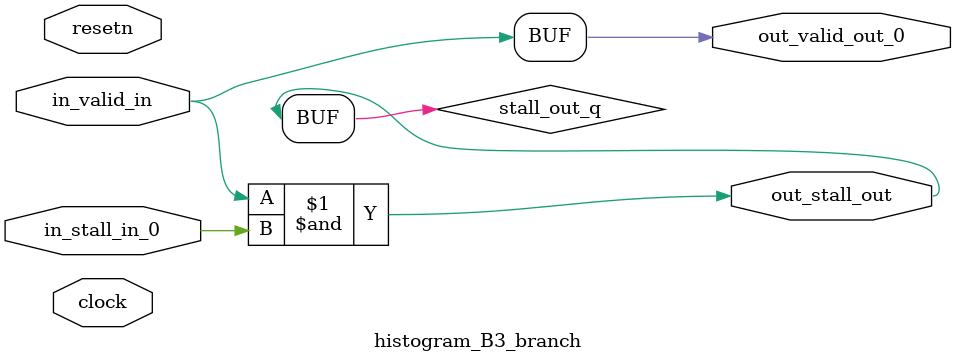
<source format=sv>



(* altera_attribute = "-name AUTO_SHIFT_REGISTER_RECOGNITION OFF; -name MESSAGE_DISABLE 10036; -name MESSAGE_DISABLE 10037; -name MESSAGE_DISABLE 14130; -name MESSAGE_DISABLE 14320; -name MESSAGE_DISABLE 15400; -name MESSAGE_DISABLE 14130; -name MESSAGE_DISABLE 10036; -name MESSAGE_DISABLE 12020; -name MESSAGE_DISABLE 12030; -name MESSAGE_DISABLE 12010; -name MESSAGE_DISABLE 12110; -name MESSAGE_DISABLE 14320; -name MESSAGE_DISABLE 13410; -name MESSAGE_DISABLE 113007; -name MESSAGE_DISABLE 10958" *)
module histogram_B3_branch (
    input wire [0:0] in_stall_in_0,
    input wire [0:0] in_valid_in,
    output wire [0:0] out_stall_out,
    output wire [0:0] out_valid_out_0,
    input wire clock,
    input wire resetn
    );

    wire [0:0] stall_out_q;


    // stall_out(LOGICAL,6)
    assign stall_out_q = in_valid_in & in_stall_in_0;

    // out_stall_out(GPOUT,4)
    assign out_stall_out = stall_out_q;

    // out_valid_out_0(GPOUT,5)
    assign out_valid_out_0 = in_valid_in;

endmodule

</source>
